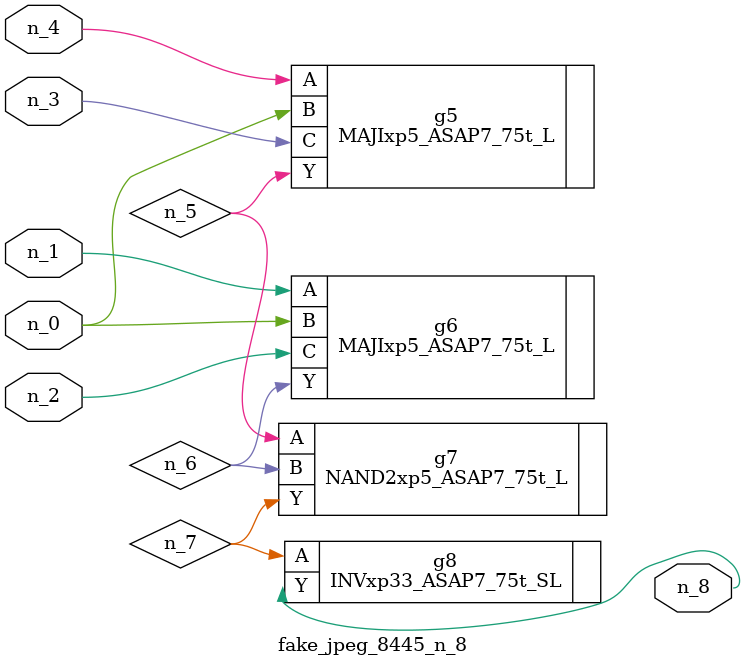
<source format=v>
module fake_jpeg_8445_n_8 (n_3, n_2, n_1, n_0, n_4, n_8);

input n_3;
input n_2;
input n_1;
input n_0;
input n_4;

output n_8;

wire n_6;
wire n_5;
wire n_7;

MAJIxp5_ASAP7_75t_L g5 ( 
.A(n_4),
.B(n_0),
.C(n_3),
.Y(n_5)
);

MAJIxp5_ASAP7_75t_L g6 ( 
.A(n_1),
.B(n_0),
.C(n_2),
.Y(n_6)
);

NAND2xp5_ASAP7_75t_L g7 ( 
.A(n_5),
.B(n_6),
.Y(n_7)
);

INVxp33_ASAP7_75t_SL g8 ( 
.A(n_7),
.Y(n_8)
);


endmodule
</source>
